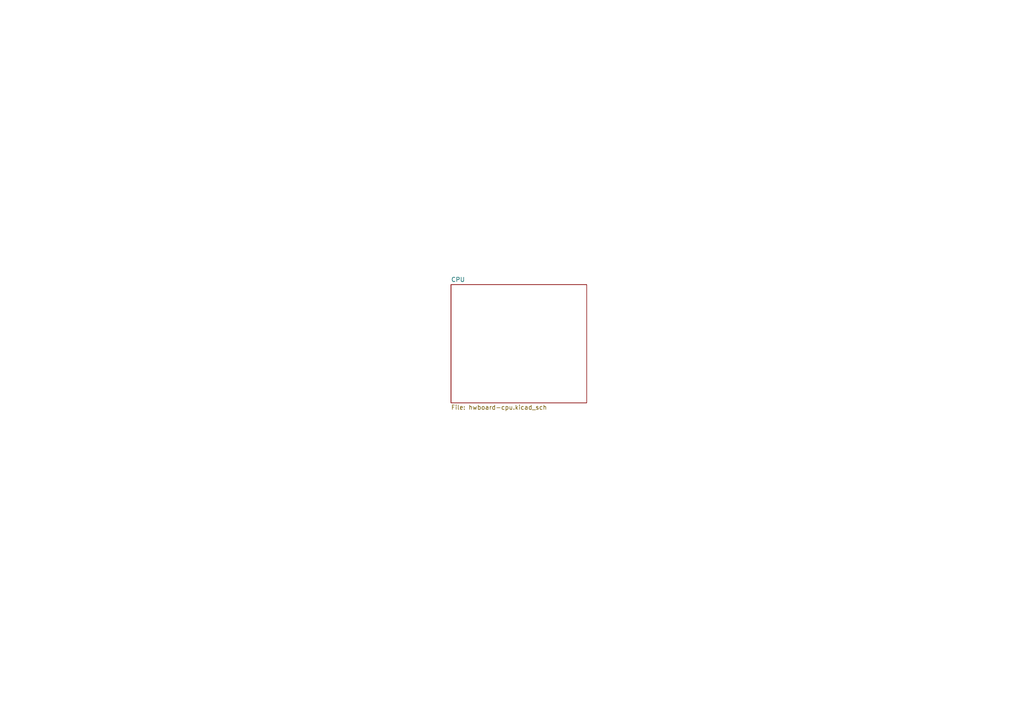
<source format=kicad_sch>
(kicad_sch
	(version 20250114)
	(generator "eeschema")
	(generator_version "9.0")
	(uuid "8c0f76b9-ee42-4bcf-bb95-09772e367402")
	(paper "A4")
	(lib_symbols)
	(sheet
		(at 130.81 82.55)
		(size 39.37 34.29)
		(exclude_from_sim no)
		(in_bom yes)
		(on_board yes)
		(dnp no)
		(fields_autoplaced yes)
		(stroke
			(width 0.1524)
			(type solid)
		)
		(fill
			(color 0 0 0 0.0000)
		)
		(uuid "2eeec114-113a-4fee-bbbb-7327b1475a37")
		(property "Sheetname" "CPU"
			(at 130.81 81.8384 0)
			(effects
				(font
					(size 1.27 1.27)
				)
				(justify left bottom)
			)
		)
		(property "Sheetfile" "hwboard-cpu.kicad_sch"
			(at 130.81 117.4246 0)
			(effects
				(font
					(size 1.27 1.27)
				)
				(justify left top)
			)
		)
		(instances
			(project "hwboard-bike-computer"
				(path "/8c0f76b9-ee42-4bcf-bb95-09772e367402"
					(page "2")
				)
			)
		)
	)
	(sheet_instances
		(path "/"
			(page "1")
		)
	)
	(embedded_fonts no)
)

</source>
